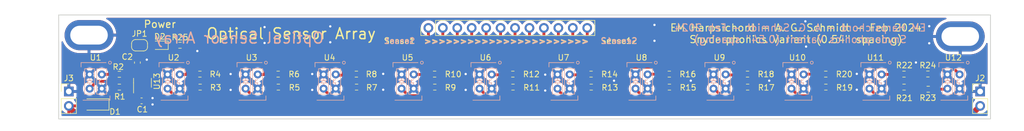
<source format=kicad_pcb>
(kicad_pcb (version 20211014) (generator pcbnew)
  (layers (0 "F.Cu" signal) (31 "B.Cu" signal) (34 "B.Paste" user) (35 "F.Paste" user) (36 "B.SilkS" user "B.Silkscreen") (37 "F.SilkS" user "F.Silkscreen") (38 "B.Mask" user) (39 "F.Mask" user) (44 "Edge.Cuts" user))
  (net 0 "")
  (net 1 "+3.3V")
  (net 2 "sense1")
  (net 3 "GND")
  (net 4 "sense2")
  (net 5 "sense3")
  (net 6 "sense4")
  (net 7 "sense5")
  (net 8 "sense6")
  (net 9 "sense7")
  (net 10 "sense8")
  (net 11 "sense9")
  (net 12 "sense10")
  (net 13 "sense11")
  (net 14 "sense12")
  (net 15 "Net-(R5-Pad1)")
  (net 16 "Net-(R7-Pad1)")
  (net 17 "Net-(R9-Pad1)")
  (net 18 "Net-(R11-Pad1)")
  (net 19 "Net-(R13-Pad1)")
  (net 20 "Net-(R15-Pad1)")
  (net 21 "Net-(R17-Pad1)")
  (net 22 "Net-(R19-Pad1)")
  (net 23 "Net-(R21-Pad1)")
  (net 24 "Net-(R23-Pad1)")
  (net 25 "VCC")
  (net 26 "Net-(R1-Pad1)")
  (net 27 "Net-(R3-Pad1)")
  (net 29 "VIN")
  (net 30 "Net-(D2-Pad1)")
  (net 31 "Net-(D2-Pad2)")
  (footprint "Resistor_SMD:R_0603_1608Metric" (layer "F.Cu") (at 127.340169 -2.551085)
    (fp_text reference "R20" (at 3.254324 0.022324) (layer "F.SilkS"))
    (fp_text value "10k")
    (pad "1" smd roundrect (at -0.825 0) (size 0.8 0.95) (layers "F.Cu" "F.Paste" "F.Mask") (net 12 "sense10"))
    (pad "2" smd roundrect (at 0.825 0) (size 0.8 0.95) (layers "F.Cu" "F.Paste" "F.Mask") (net 1 "+3.3V"))
  )
  (footprint "Resistor_SMD:R_0603_1608Metric" (layer "F.Cu") (at 44.781201 -2.551085)
    (fp_text reference "R8" (at 2.657674 0.022324) (layer "F.SilkS"))
    (fp_text value "10k")
    (pad "1" smd roundrect (at -0.825 0) (size 0.8 0.95) (layers "F.Cu" "F.Paste" "F.Mask") (net 6 "sense4"))
    (pad "2" smd roundrect (at 0.825 0) (size 0.8 0.95) (layers "F.Cu" "F.Paste" "F.Mask") (net 1 "+3.3V"))
  )
  (footprint "Resistor_SMD:R_0603_1608Metric" (layer "F.Cu") (at 58.571231 -0.265295)
    (fp_text reference "R9" (at 2.759447 0.081076) (layer "F.SilkS"))
    (fp_text value "100")
    (pad "1" smd roundrect (at -0.825 0) (size 0.8 0.95) (layers "F.Cu" "F.Paste" "F.Mask") (net 17 "Net-(R9-Pad1)"))
    (pad "2" smd roundrect (at 0.825 0) (size 0.8 0.95) (layers "F.Cu" "F.Paste" "F.Mask") (net 1 "+3.3V"))
  )
  (footprint "Resistor_SMD:R_0603_1608Metric" (layer "F.Cu") (at 141.1 -2.551085)
    (fp_text reference "R22" (at 0.063913 -1.553319) (layer "F.SilkS"))
    (fp_text value "10k")
    (pad "1" smd roundrect (at -0.825 0) (size 0.8 0.95) (layers "F.Cu" "F.Paste" "F.Mask") (net 13 "sense11"))
    (pad "2" smd roundrect (at 0.825 0) (size 0.8 0.95) (layers "F.Cu" "F.Paste" "F.Mask") (net 1 "+3.3V"))
  )
  (footprint "Resistor_SMD:R_0603_1608Metric" (layer "F.Cu") (at 31.021373 -2.551085)
    (fp_text reference "R6" (at 2.810497 0.022324) (layer "F.SilkS"))
    (fp_text value "10k")
    (pad "1" smd roundrect (at -0.825 0) (size 0.8 0.95) (layers "F.Cu" "F.Paste" "F.Mask") (net 5 "sense3"))
    (pad "2" smd roundrect (at 0.825 0) (size 0.8 0.95) (layers "F.Cu" "F.Paste" "F.Mask") (net 1 "+3.3V"))
  )
  (footprint "Connector_PinHeader_2.54mm:PinHeader_1x02_P2.54mm_Vertical" (layer "F.Cu") (at -5.800151 0.496705)
    (fp_text reference "J3" (at 0 -2.33) (layer "F.SilkS"))
    (fp_text value "Conn_01x02_Male")
    (pad "1" thru_hole rect (at 0 0) (size 1.7 1.7) (drill 1) (layers *.Cu *.Mask) (net 3 "GND"))
    (pad "2" thru_hole oval (at 0 2.54) (size 1.7 1.7) (drill 1) (layers *.Cu *.Mask) (net 29 "VIN"))
  )
  (footprint "Resistor_SMD:R_0603_1608Metric" (layer "F.Cu") (at 86.060685 -2.551085)
    (fp_text reference "R14" (at 3.254324 0.022324) (layer "F.SilkS"))
    (fp_text value "10k")
    (pad "1" smd roundrect (at -0.825 0) (size 0.8 0.95) (layers "F.Cu" "F.Paste" "F.Mask") (net 9 "sense7"))
    (pad "2" smd roundrect (at 0.825 0) (size 0.8 0.95) (layers "F.Cu" "F.Paste" "F.Mask") (net 1 "+3.3V"))
  )
  (footprint "MountingHole:MountingHole_4.3mm_M4_ISO7380_Pad" (layer "F.Cu") (at 151 -9.175495 90)
    (fp_text reference "MP1")
    (fp_text value "MountPad1")
    (pad "1" thru_hole oval (at 0 0 90) (size 5.3 8.6) (drill oval 3.3 6.6) (layers *.Cu *.Mask) (net 3 "GND"))
  )
  (footprint "Resistor_SMD:R_0603_1608Metric" (layer "F.Cu") (at 113.599539 -0.265295)
    (fp_text reference "R17" (at 3.280217 0.081076) (layer "F.SilkS"))
    (fp_text value "100")
    (pad "1" smd roundrect (at -0.825 0) (size 0.8 0.95) (layers "F.Cu" "F.Paste" "F.Mask") (net 21 "Net-(R17-Pad1)"))
    (pad "2" smd roundrect (at 0.825 0) (size 0.8 0.95) (layers "F.Cu" "F.Paste" "F.Mask") (net 1 "+3.3V"))
  )
  (footprint "Resistor_SMD:R_0603_1608Metric" (layer "F.Cu") (at 72.300857 -2.551085)
    (fp_text reference "R12" (at 3.254324 0.022324) (layer "F.SilkS"))
    (fp_text value "10k")
    (pad "1" smd roundrect (at -0.825 0) (size 0.8 0.95) (layers "F.Cu" "F.Paste" "F.Mask") (net 8 "sense6"))
    (pad "2" smd roundrect (at 0.825 0) (size 0.8 0.95) (layers "F.Cu" "F.Paste" "F.Mask") (net 1 "+3.3V"))
  )
  (footprint "Capacitor_SMD:C_0603_1608Metric" (layer "F.Cu") (at 6.264849 -4.583295 90)
    (fp_text reference "C2" (at 1.016 -1.778 180) (layer "F.SilkS"))
    (fp_text value "1u")
    (pad "1" smd roundrect (at -0.775 0 90) (size 0.9 0.95) (layers "F.Cu" "F.Paste" "F.Mask") (net 1 "+3.3V"))
    (pad "2" smd roundrect (at 0.775 0 90) (size 0.9 0.95) (layers "F.Cu" "F.Paste" "F.Mask") (net 3 "GND"))
  )
  (footprint "LED_SMD:LED_0603_1608Metric" (layer "F.Cu") (at 10.201849 -7.631295 180)
    (fp_text reference "D2" (at 0 1.524) (layer "F.SilkS"))
    (fp_text value "LED")
    (pad "1" smd roundrect (at -0.7875 0 180) (size 0.875 0.95) (layers "F.Cu" "F.Paste" "F.Mask") (net 30 "Net-(D2-Pad1)"))
    (pad "2" smd roundrect (at 0.7875 0 180) (size 0.875 0.95) (layers "F.Cu" "F.Paste" "F.Mask") (net 31 "Net-(D2-Pad2)"))
  )
  (footprint "Resistor_SMD:R_0603_1608Metric" (layer "F.Cu") (at 13.757849 -7.631295 180)
    (fp_text reference "R25" (at 0 1.397) (layer "F.SilkS"))
    (fp_text value "100")
    (pad "1" smd roundrect (at -0.825 0 180) (size 0.8 0.95) (layers "F.Cu" "F.Paste" "F.Mask") (net 3 "GND"))
    (pad "2" smd roundrect (at 0.825 0 180) (size 0.8 0.95) (layers "F.Cu" "F.Paste" "F.Mask") (net 30 "Net-(D2-Pad1)"))
  )
  (footprint "Resistor_SMD:R_0603_1608Metric" (layer "F.Cu") (at 99.842462 -0.265295)
    (fp_text reference "R15" (at 3.280217 0.081076) (layer "F.SilkS"))
    (fp_text value "100")
    (pad "1" smd roundrect (at -0.825 0) (size 0.8 0.95) (layers "F.Cu" "F.Paste" "F.Mask") (net 20 "Net-(R15-Pad1)"))
    (pad "2" smd roundrect (at 0.825 0) (size 0.8 0.95) (layers "F.Cu" "F.Paste" "F.Mask") (net 1 "+3.3V"))
  )
  (footprint "Resistor_SMD:R_0603_1608Metric" (layer "F.Cu") (at 31.057077 -0.265295)
    (fp_text reference "R5" (at 2.83639 0.081076) (layer "F.SilkS"))
    (fp_text value "100")
    (pad "1" smd roundrect (at -0.825 0) (size 0.8 0.95) (layers "F.Cu" "F.Paste" "F.Mask") (net 15 "Net-(R5-Pad1)"))
    (pad "2" smd roundrect (at 0.825 0) (size 0.8 0.95) (layers "F.Cu" "F.Paste" "F.Mask") (net 1 "+3.3V"))
  )
  (footprint "Resistor_SMD:R_0603_1608Metric" (layer "F.Cu") (at 145.3 -2.573502 180)
    (fp_text reference "R24" (at 0 1.524) (layer "F.SilkS"))
    (fp_text value "10k")
    (pad "1" smd roundrect (at -0.825 0 180) (size 0.8 0.95) (layers "F.Cu" "F.Paste" "F.Mask") (net 14 "sense12"))
    (pad "2" smd roundrect (at 0.825 0 180) (size 0.8 0.95) (layers "F.Cu" "F.Paste" "F.Mask") (net 1 "+3.3V"))
  )
  (footprint "Package_TO_SOT_SMD:SOT-23-5" (layer "F.Cu") (at 7.153849 -1.027295 90)
    (fp_text reference "U13" (at 0.254 2.54 270) (layer "F.SilkS"))
    (fp_text value "TLV75510PDBV")
    (pad "1" smd roundrect (at -1.1375 -0.95 90) (size 1.325 0.6) (layers "F.Cu" "F.Paste" "F.Mask") (net 25 "VCC"))
    (pad "2" smd roundrect (at -1.1375 0 90) (size 1.325 0.6) (layers "F.Cu" "F.Paste" "F.Mask") (net 3 "GND"))
    (pad "3" smd roundrect (at -1.1375 0.95 90) (size 1.325 0.6) (layers "F.Cu" "F.Paste" "F.Mask") (net 25 "VCC"))
    (pad "4" smd roundrect (at 1.1375 0.95 90) (size 1.325 0.6) (layers "F.Cu" "F.Paste" "F.Mask"))
    (pad "5" smd roundrect (at 1.1375 -0.95 90) (size 1.325 0.6) (layers "F.Cu" "F.Paste" "F.Mask") (net 1 "+3.3V"))
  )
  (footprint "Connector_PinHeader_2.54mm:PinHeader_1x02_P2.54mm_Vertical" (layer "F.Cu") (at 154.5 0.496705)
    (fp_text reference "J2" (at 0 -2.33) (layer "F.SilkS"))
    (fp_text value "Conn_01x02_Female")
    (pad "1" thru_hole rect (at 0 0) (size 1.7 1.7) (drill 1) (layers *.Cu *.Mask) (net 3 "GND"))
    (pad "2" thru_hole oval (at 0 2.54) (size 1.7 1.7) (drill 1) (layers *.Cu *.Mask) (net 29 "VIN"))
  )
  (footprint "Resistor_SMD:R_0603_1608Metric" (layer "F.Cu") (at 141.113696 -0.265295)
    (fp_text reference "R21" (at 0.050217 1.925076) (layer "F.SilkS"))
    (fp_text value "100")
    (pad "1" smd roundrect (at -0.825 0) (size 0.8 0.95) (layers "F.Cu" "F.Paste" "F.Mask") (net 23 "Net-(R21-Pad1)"))
    (pad "2" smd roundrect (at 0.825 0) (size 0.8 0.95) (layers "F.Cu" "F.Paste" "F.Mask") (net 1 "+3.3V"))
  )
  (footprint "Jumper:SolderJumper-2_P1.3mm_Bridged_RoundedPad1.0x1.5mm" (layer "F.Cu") (at 6.645849 -7.631295 180)
    (fp_text reference "JP1" (at 0 2.032) (layer "F.SilkS"))
    (fp_text value "SolderJumper_2_Bridged")
    (fp_poly (pts (xy 0.25 -0.3) (xy -0.25 -0.3) (xy -0.25 0.3) (xy 0.25 0.3)) (layer "F.Cu") (width 0) (fill solid))
    (pad "1" smd custom (at -0.65 0 180) (size 1 0.5) (layers "F.Cu" "F.Mask") (net 31 "Net-(D2-Pad2)") (options (clearance outline) (anchor rect)) (primitives (gr_circle (center 0 0.25) (end 0.5 0.25) (width 0) (fill yes)) (gr_circle (center 0 -0.25) (end 0.5 -0.25) (width 0) (fill yes)) (gr_poly (pts (xy 0.5 0.75) (xy 0 0.75) (xy 0 -0.75) (xy 0.5 -0.75)) (width 0) (fill yes))))
    (pad "2" smd custom (at 0.65 0 180) (size 1 0.5) (layers "F.Cu" "F.Mask") (net 1 "+3.3V") (options (clearance outline) (anchor rect)) (primitives (gr_circle (center 0 0.25) (end 0.5 0.25) (width 0) (fill yes)) (gr_circle (center 0 -0.25) (end 0.5 -0.25) (width 0) (fill yes)) (gr_poly (pts (xy 0 0.75) (xy -0.5 0.75) (xy -0.5 -0.75) (xy 0 -0.75)) (width 0) (fill yes))))
  )
  (footprint "Resistor_SMD:R_0603_1608Metric" (layer "F.Cu") (at 99.820513 -2.551085)
    (fp_text reference "R16" (at 3.254324 0.022324) (layer "F.SilkS"))
    (fp_text value "10k")
    (pad "1" smd roundrect (at -0.825 0) (size 0.8 0.95) (layers "F.Cu" "F.Paste" "F.Mask") (net 10 "sense8"))
    (pad "2" smd roundrect (at 0.825 0) (size 0.8 0.95) (layers "F.Cu" "F.Paste" "F.Mask") (net 1 "+3.3V"))
  )
  (footprint "Resistor_SMD:R_0603_1608Metric" (layer "F.Cu") (at 3.089849 -2.526976)
    (fp_text reference "R2" (at -0.185857 -1.299319) (layer "F.SilkS"))
    (fp_text value "10k")
    (pad "1" smd roundrect (at -0.825 0) (size 0.8 0.95) (layers "F.Cu" "F.Paste" "F.Mask") (net 2 "sense1"))
    (pad "2" smd roundrect (at 0.825 0) (size 0.8 0.95) (layers "F.Cu" "F.Paste" "F.Mask") (net 1 "+3.3V"))
  )
  (footprint "Resistor_SMD:R_0603_1608Metric" (layer "F.Cu") (at 72.328308 -0.265295)
    (fp_text reference "R11" (at 3.280217 0.081076) (layer "F.SilkS"))
    (fp_text value "100")
    (pad "1" smd roundrect (at -0.825 0) (size 0.8 0.95) (layers "F.Cu" "F.Paste" "F.Mask") (net 18 "Net-(R11-Pad1)"))
    (pad "2" smd roundrect (at 0.825 0) (size 0.8 0.95) (layers "F.Cu" "F.Paste" "F.Mask") (net 1 "+3.3V"))
  )
  (footprint "Resistor_SMD:R_0603_1608Metric" (layer "F.Cu") (at 127.356616 -0.265295)
    (fp_text reference "R19" (at 3.280217 0.081076) (layer "F.SilkS"))
    (fp_text value "100")
    (pad "1" smd roundrect (at -0.825 0) (size 0.8 0.95) (layers "F.Cu" "F.Paste" "F.Mask") (net 22 "Net-(R19-Pad1)"))
    (pad "2" smd roundrect (at 0.825 0) (size 0.8 0.95) (layers "F.Cu" "F.Paste" "F.Mask") (net 1 "+3.3V"))
  )
  (footprint "Resistor_SMD:R_0603_1608Metric" (layer "F.Cu") (at 17.3 -0.265295)
    (fp_text reference "R3" (at 2.735213 0.081076) (layer "F.SilkS"))
    (fp_text value "100")
    (pad "1" smd roundrect (at -0.825 0) (size 0.8 0.95) (layers "F.Cu" "F.Paste" "F.Mask") (net 27 "Net-(R3-Pad1)"))
    (pad "2" smd roundrect (at 0.825 0) (size 0.8 0.95) (layers "F.Cu" "F.Paste" "F.Mask") (net 1 "+3.3V"))
  )
  (footprint "Resistor_SMD:R_0603_1608Metric" (layer "F.Cu") (at 58.541029 -2.551085)
    (fp_text reference "R10" (at 3.266851 0.022324) (layer "F.SilkS"))
    (fp_text value "10k")
    (pad "1" smd roundrect (at -0.825 0) (size 0.8 0.95) (layers "F.Cu" "F.Paste" "F.Mask") (net 7 "sense5"))
    (pad "2" smd roundrect (at 0.825 0) (size 0.8 0.95) (layers "F.Cu" "F.Paste" "F.Mask") (net 1 "+3.3V"))
  )
  (footprint "Resistor_SMD:R_0603_1608Metric" (layer "F.Cu") (at 86.085385 -0.265295)
    (fp_text reference "R13" (at 3.280217 0.081076) (layer "F.SilkS"))
    (fp_text value "100")
    (pad "1" smd roundrect (at -0.825 0) (size 0.8 0.95) (layers "F.Cu" "F.Paste" "F.Mask") (net 19 "Net-(R13-Pad1)"))
    (pad "2" smd roundrect (at 0.825 0) (size 0.8 0.95) (layers "F.Cu" "F.Paste" "F.Mask") (net 1 "+3.3V"))
  )
  (footprint "MountingHole:MountingHole_4.3mm_M4_ISO7380_Pad" (layer "F.Cu") (at -2.244151 -9.409295 90)
    (fp_text reference "MP2")
    (fp_text value "MountPad2")
    (pad "1" thru_hole oval (at 0 0 90) (size 5.3 8.6) (drill oval 3.3 6.6) (layers *.Cu *.Mask) (net 3 "GND"))
  )
  (footprint "Connector_PinHeader_2.54mm:PinHeader_1x12_P2.54mm_Vertical" (layer "F.Cu") (at 57.445849 -10.679295 90)
    (fp_text reference "J1")
    (fp_text value "Conn_01x12_Female")
    (pad "1" thru_hole circle (at 0 0 90) (size 1.7 1.7) (drill 1) (layers *.Cu *.Mask) (net 2 "sense1"))
    (pad "2" thru_hole oval (at 0 2.54 90) (size 1.7 1.7) (drill 1) (layers *.Cu *.Mask) (net 4 "sense2"))
    (pad "3" thru_hole oval (at 0 5.08 90) (size 1.7 1.7) (drill 1) (layers *.Cu *.Mask) (net 5 "sense3"))
    (pad "4" thru_hole oval (at 0 7.62 90) (size 1.7 1.7) (drill 1) (layers *.Cu *.Mask) (net 6 "sense4"))
    (pad "5" thru_hole oval (at 0 10.16 90) (size 1.7 1.7) (drill 1) (layers *.Cu *.Mask) (net 7 "sense5"))
    (pad "6" thru_hole oval (at 0 12.7 90) (size 1.7 1.7) (drill 1) (layers *.Cu *.Mask) (net 8 "sense6"))
    (pad "7" thru_hole oval (at 0 15.24 90) (size 1.7 1.7) (drill 1) (layers *.Cu *.Mask) (net 9 "sense7"))
    (pad "8" thru_hole oval (at 0 17.78 90) (size 1.7 1.7) (drill 1) (layers *.Cu *.Mask) (net 10 "sense8"))
    (pad "9" thru_hole oval (at 0 20.32 90) (size 1.7 1.7) (drill 1) (layers *.Cu *.Mask) (net 11 "sense9"))
    (pad "10" thru_hole oval (at 0 22.86 90) (size 1.7 1.7) (drill 1) (layers *.Cu *.Mask) (net 12 "sense10"))
    (pad "11" thru_hole oval (at 0 25.4 90) (size 1.7 1.7) (drill 1) (layers *.Cu *.Mask) (net 13 "sense11"))
    (pad "12" thru_hole oval (at 0 27.94 90) (size 1.7 1.7) (drill 1) (layers *.Cu *.Mask) (net 14 "sense12"))
  )
  (footprint "Resistor_SMD:R_0603_1608Metric" (layer "F.Cu") (at 145.363 0.1 180)
    (fp_text reference "R23" (at 0.063 -1.524) (layer "F.SilkS"))
    (fp_text value "100")
    (pad "1" smd roundrect (at -0.825 0 180) (size 0.8 0.95) (layers "F.Cu" "F.Paste" "F.Mask") (net 24 "Net-(R23-Pad1)"))
    (pad "2" smd roundrect (at 0.825 0 180) (size 0.8 0.95) (layers "F.Cu" "F.Paste" "F.Mask") (net 1 "+3.3V"))
  )
  (footprint "Resistor_SMD:R_0603_1608Metric" (layer "F.Cu") (at 17.261545 -2.551085)
    (fp_text reference "R4" (at 2.70932 0.022324) (layer "F.SilkS"))
    (fp_text value "10k")
    (pad "1" smd roundrect (at -0.825 0) (size 0.8 0.95) (layers "F.Cu" "F.Paste" "F.Mask") (net 4 "sense2"))
    (pad "2" smd roundrect (at 0.825 0) (size 0.8 0.95) (layers "F.Cu" "F.Paste" "F.Mask") (net 1 "+3.3V"))
  )
  (footprint "Capacitor_SMD:C_0603_1608Metric" (layer "F.Cu") (at 7.002595 2.147705)
    (fp_text reference "C1" (at 0.127098 1.505229) (layer "F.SilkS"))
    (fp_text value "1u")
    (pad "1" smd roundrect (at -0.775 0) (size 0.9 0.95) (layers "F.Cu" "F.Paste" "F.Mask") (net 25 "VCC"))
    (pad "2" smd roundrect (at 0.775 0) (size 0.9 0.95) (layers "F.Cu" "F.Paste" "F.Mask") (net 3 "GND"))
  )
  (footprint "Diode_SMD:D_SOD-123" (layer "F.Cu") (at -0.974151 2.782705 180)
    (fp_text reference "D1" (at -3.302 -1.27) (layer "F.SilkS"))
    (fp_text value "1N4001")
    (pad "1" smd rect (at -1.65 0 180) (size 0.9 1.2) (layers "F.Cu" "F.Paste" "F.Mask") (net 25 "VCC"))
    (pad "2" smd rect (at 1.65 0 180) (size 0.9 1.2) (layers "F.Cu" "F.Paste" "F.Mask") (net 29 "VIN"))
  )
  (footprint "Resistor_SMD:R_0603_1608Metric" (layer "F.Cu") (at 113.580341 -2.551085)
    (fp_text reference "R18" (at 3.254324 0.022324) (layer "F.SilkS"))
    (fp_text value "10k")
    (pad "1" smd roundrect (at -0.825 0) (size 0.8 0.95) (layers "F.Cu" "F.Paste" "F.Mask") (net 11 "sense9"))
    (pad "2" smd roundrect (at 0.825 0) (size 0.8 0.95) (layers "F.Cu" "F.Paste" "F.Mask") (net 1 "+3.3V"))
  )
  (footprint "Resistor_SMD:R_0603_1608Metric" (layer "F.Cu") (at 3.089849 -0.265295)
    (fp_text reference "R1" (at 0.078267 1.671076) (layer "F.SilkS"))
    (fp_text value "100")
    (pad "1" smd roundrect (at -0.825 0) (size 0.8 0.95) (layers "F.Cu" "F.Paste" "F.Mask") (net 26 "Net-(R1-Pad1)"))
    (pad "2" smd roundrect (at 0.825 0) (size 0.8 0.95) (layers "F.Cu" "F.Paste" "F.Mask") (net 1 "+3.3V"))
  )
  (footprint "Resistor_SMD:R_0603_1608Metric" (layer "F.Cu") (at 44.814154 -0.265295)
    (fp_text reference "R7" (at 2.683567 0.081076) (layer "F.SilkS"))
    (fp_text value "100")
    (pad "1" smd roundrect (at -0.825 0) (size 0.8 0.95) (layers "F.Cu" "F.Paste" "F.Mask") (net 16 "Net-(R7-Pad1)"))
    (pad "2" smd roundrect (at 0.825 0) (size 0.8 0.95) (layers "F.Cu" "F.Paste" "F.Mask") (net 1 "+3.3V"))
  )
  (footprint "OptoDevice:OnSemi_QRD1114" (layer "B.Cu") (at 54.864 0 180)
    (fp_text reference "U5" (at 1.08048 5.461) (layer "F.SilkS"))
    (fp_text value "QRD1114")
    (pad "1" thru_hole circle (at 0 2.5 180) (size 1.4 1.4) (drill 0.7) (layers *.Cu *.Mask) (net 7 "sense5"))
    (pad "2" thru_hole circle (at 0 0 180) (size 1.4 1.4) (drill 0.7) (layers *.Cu *.Mask) (net 3 "GND"))
    (pad "3" thru_hole circle (at 2.1336 0 180) (size 1.4 1.4) (drill 0.7) (layers *.Cu *.Mask) (net 17 "Net-(R9-Pad1)"))
    (pad "4" thru_hole circle (at 2.1336 2.5 180) (size 1.4 1.4) (drill 0.7) (layers *.Cu *.Mask) (net 3 "GND"))
  )
  (footprint "OptoDevice:OnSemi_QRD1114" (layer "B.Cu") (at 150.876 0 180)
    (fp_text reference "U12" (at 1.08048 5.461) (layer "F.SilkS"))
    (fp_text value "QRD1114")
    (pad "1" thru_hole circle (at 0 2.5 180) (size 1.4 1.4) (drill 0.7) (layers *.Cu *.Mask) (net 14 "sense12"))
    (pad "2" thru_hole circle (at 0 0 180) (size 1.4 1.4) (drill 0.7) (layers *.Cu *.Mask) (net 3 "GND"))
    (pad "3" thru_hole circle (at 2.1336 0 180) (size 1.4 1.4) (drill 0.7) (layers *.Cu *.Mask) (net 24 "Net-(R23-Pad1)"))
    (pad "4" thru_hole circle (at 2.1336 2.5 180) (size 1.4 1.4) (drill 0.7) (layers *.Cu *.Mask) (net 3 "GND"))
  )
  (footprint "OptoDevice:OnSemi_QRD1114" (layer "B.Cu") (at 13.716 0 180)
    (fp_text reference "U2" (at 1.08048 5.461) (layer "F.SilkS"))
    (fp_text value "QRD1114")
    (pad "1" thru_hole circle (at 0 2.5 180) (size 1.4 1.4) (drill 0.7) (layers *.Cu *.Mask) (net 4 "sense2"))
    (pad "2" thru_hole circle (at 0 0 180) (size 1.4 1.4) (drill 0.7) (layers *.Cu *.Mask) (net 3 "GND"))
    (pad "3" thru_hole circle (at 2.1336 0 180) (size 1.4 1.4) (drill 0.7) (layers *.Cu *.Mask) (net 27 "Net-(R3-Pad1)"))
    (pad "4" thru_hole circle (at 2.1336 2.5 180) (size 1.4 1.4) (drill 0.7) (layers *.Cu *.Mask) (net 3 "GND"))
  )
  (footprint "OptoDevice:OnSemi_QRD1114" (layer "B.Cu") (at 27.432 0 180)
    (fp_text reference "U3" (at 1.08048 5.461) (layer "F.SilkS"))
    (fp_text value "QRD1114")
    (pad "1" thru_hole circle (at 0 2.5 180) (size 1.4 1.4) (drill 0.7) (layers *.Cu *.Mask) (net 5 "sense3"))
    (pad "2" thru_hole circle (at 0 0 180) (size 1.4 1.4) (drill 0.7) (layers *.Cu *.Mask) (net 3 "GND"))
    (pad "3" thru_hole circle (at 2.1336 0 180) (size 1.4 1.4) (drill 0.7) (layers *.Cu *.Mask) (net 15 "Net-(R5-Pad1)"))
    (pad "4" thru_hole circle (at 2.1336 2.5 180) (size 1.4 1.4) (drill 0.7) (layers *.Cu *.Mask) (net 3 "GND"))
  )
  (footprint "OptoDevice:OnSemi_QRD1114" (layer "B.Cu") (at 123.444 0 180)
    (fp_text reference "U10" (at 1.08048 5.461) (layer "F.SilkS"))
    (fp_text value "QRD1114")
    (pad "1" thru_hole circle (at 0 2.5 180) (size 1.4 1.4) (drill 0.7) (layers *.Cu *.Mask) (net 12 "sense10"))
    (pad "2" thru_hole circle (at 0 0 180) (size 1.4 1.4) (drill 0.7) (layers *.Cu *.Mask) (net 3 "GND"))
    (pad "3" thru_hole circle (at 2.1336 0 180) (size 1.4 1.4) (drill 0.7) (layers *.Cu *.Mask) (net 22 "Net-(R19-Pad1)"))
    (pad "4" thru_hole circle (at 2.1336 2.5 180) (size 1.4 1.4) (drill 0.7) (layers *.Cu *.Mask) (net 3 "GND"))
  )
  (footprint "OptoDevice:OnSemi_QRD1114" (layer "B.Cu") (at 96.012 0 180)
    (fp_text reference "U8" (at 1.08048 5.461) (layer "F.SilkS"))
    (fp_text value "QRD1114")
    (pad "1" thru_hole circle (at 0 2.5 180) (size 1.4 1.4) (drill 0.7) (layers *.Cu *.Mask) (net 10 "sense8"))
    (pad "2" thru_hole circle (at 0 0 180) (size 1.4 1.4) (drill 0.7) (layers *.Cu *.Mask) (net 3 "GND"))
    (pad "3" thru_hole circle (at 2.1336 0 180) (size 1.4 1.4) (drill 0.7) (layers *.Cu *.Mask) (net 20 "Net-(R15-Pad1)"))
    (pad "4" thru_hole circle (at 2.1336 2.5 180) (size 1.4 1.4) (drill 0.7) (layers *.Cu *.Mask) (net 3 "GND"))
  )
  (footprint "OptoDevice:OnSemi_QRD1114" (layer "B.Cu") (at 137.16 0 180)
    (fp_text reference "U11" (at 1.08048 5.461) (layer "F.SilkS"))
    (fp_text value "QRD1114")
    (pad "1" thru_hole circle (at 0 2.5 180) (size 1.4 1.4) (drill 0.7) (layers *.Cu *.Mask) (net 13 "sense11"))
    (pad "2" thru_hole circle (at 0 0 180) (size 1.4 1.4) (drill 0.7) (layers *.Cu *.Mask) (net 3 "GND"))
    (pad "3" thru_hole circle (at 2.1336 0 180) (size 1.4 1.4) (drill 0.7) (layers *.Cu *.Mask) (net 23 "Net-(R21-Pad1)"))
    (pad "4" thru_hole circle (at 2.1336 2.5 180) (size 1.4 1.4) (drill 0.7) (layers *.Cu *.Mask) (net 3 "GND"))
  )
  (footprint "OptoDevice:OnSemi_QRD1114" (layer "B.Cu") (at 0 0 180)
    (fp_text reference "U1" (at 1.08048 5.461) (layer "F.SilkS"))
    (fp_text value "QRD1114")
    (pad "1" thru_hole circle (at 0 2.5 180) (size 1.4 1.4) (drill 0.7) (layers *.Cu *.Mask) (net 2 "sense1"))
    (pad "2" thru_hole circle (at 0 0 180) (size 1.4 1.4) (drill 0.7) (layers *.Cu *.Mask) (net 3 "GND"))
    (pad "3" thru_hole circle (at 2.1336 0 180) (size 1.4 1.4) (drill 0.7) (layers *.Cu *.Mask) (net 26 "Net-(R1-Pad1)"))
    (pad "4" thru_hole circle (at 2.1336 2.5 180) (size 1.4 1.4) (drill 0.7) (layers *.Cu *.Mask) (net 3 "GND"))
  )
  (footprint "OptoDevice:OnSemi_QRD1114" (layer "B.Cu") (at 68.58 0 180)
    (fp_text reference "U6" (at 1.08048 5.461) (layer "F.SilkS"))
    (fp_text value "QRD1114")
    (pad "1" thru_hole circle (at 0 2.5 180) (size 1.4 1.4) (drill 0.7) (layers *.Cu *.Mask) (net 8 "sense6"))
    (pad "2" thru_hole circle (at 0 0 180) (size 1.4 1.4) (drill 0.7) (layers *.Cu *.Mask) (net 3 "GND"))
    (pad "3" thru_hole circle (at 2.1336 0 180) (size 1.4 1.4) (drill 0.7) (layers *.Cu *.Mask) (net 18 "Net-(R11-Pad1)"))
    (pad "4" thru_hole circle (at 2.1336 2.5 180) (size 1.4 1.4) (drill 0.7) (layers *.Cu *.Mask) (net 3 "GND"))
  )
  (footprint "OptoDevice:OnSemi_QRD1114" (layer "B.Cu") (at 109.728 0 180)
    (fp_text reference "U9" (at 1.08048 5.461) (layer "F.SilkS"))
    (fp_text value "QRD1114")
    (pad "1" thru_hole circle (at 0 2.5 180) (size 1.4 1.4) (drill 0.7) (layers *.Cu *.Mask) (net 11 "sense9"))
    (pad "2" thru_hole circle (at 0 0 180) (size 1.4 1.4) (drill 0.7) (layers *.Cu *.Mask) (net 3 "GND"))
    (pad "3" thru_hole circle (at 2.1336 0 180) (size 1.4 1.4) (drill 0.7) (layers *.Cu *.Mask) (net 21 "Net-(R17-Pad1)"))
    (pad "4" thru_hole circle (at 2.1336 2.5 180) (size 1.4 1.4) (drill 0.7) (layers *.Cu *.Mask) (net 3 "GND"))
  )
  (footprint "OptoDevice:OnSemi_QRD1114" (layer "B.Cu") (at 82.296 0 180)
    (fp_text reference "U7" (at 1.08048 5.461) (layer "F.SilkS"))
    (fp_text value "QRD1114")
    (pad "1" thru_hole circle (at 0 2.5 180) (size 1.4 1.4) (drill 0.7) (layers *.Cu *.Mask) (net 9 "sense7"))
    (pad "2" thru_hole circle (at 0 0 180) (size 1.4 1.4) (drill 0.7) (layers *.Cu *.Mask) (net 3 "GND"))
    (pad "3" thru_hole circle (at 2.1336 0 180) (size 1.4 1.4) (drill 0.7) (layers *.Cu *.Mask) (net 19 "Net-(R13-Pad1)"))
    (pad "4" thru_hole circle (at 2.1336 2.5 180) (size 1.4 1.4) (drill 0.7) (layers *.Cu *.Mask) (net 3 "GND"))
  )
  (footprint "OptoDevice:OnSemi_QRD1114" (layer "B.Cu") (at 41.148 0 180)
    (fp_text reference "U4" (at 1.08048 5.461) (layer "F.SilkS"))
    (fp_text value "QRD1114")
    (pad "1" thru_hole circle (at 0 2.5 180) (size 1.4 1.4) (drill 0.7) (layers *.Cu *.Mask) (net 6 "sense4"))
    (pad "2" thru_hole circle (at 0 0 180) (size 1.4 1.4) (drill 0.7) (layers *.Cu *.Mask) (net 3 "GND"))
    (pad "3" thru_hole circle (at 2.1336 0 180) (size 1.4 1.4) (drill 0.7) (layers *.Cu *.Mask) (net 16 "Net-(R7-Pad1)"))
    (pad "4" thru_hole circle (at 2.1336 2.5 180) (size 1.4 1.4) (drill 0.7) (layers *.Cu *.Mask) (net 3 "GND"))
  )
  (gr_rect (start -7.578151 -12.965295) (end 156.315849 5.322705) (layer "Edge.Cuts") (width 0.15) (fill none))
  (gr_text ">>>>>>>>>>>>>>>>>>>>>>>\n" (at 71.161849 -8.139295 180) (layer "B.SilkS") (effects (font (size 1.016 1.016) (thickness 0.1778)) (justify mirror)))
  (gr_text "Optical Sensor Array" (at 24.171849 -8.896295) (layer "B.SilkS") (effects (font (size 1.905 1.905) (thickness 0.254)) (justify mirror)))
  (gr_text "Sense12" (at 90.973849 -8.393295) (layer "B.SilkS") (effects (font (size 1.016 1.016) (thickness 0.1778)) (justify mirror)))
  (gr_text "EM Harpsichord - A. G. Schmidt - Feb 2024\nSnyderphonics Variant (0.54{dblquote} spacing)" (at 122.866049 -9.683495) (layer "B.SilkS") (effects (font (size 1.27 1.27) (thickness 0.1778)) (justify mirror)))
  (gr_text "Sense1" (at 52.365849 -8.393295) (layer "B.SilkS") (effects (font (size 1.016 1.016) (thickness 0.1778)) (justify mirror)))
  (gr_text "EM Harpsichord - A. G. Schmidt - Feb 2024\nSnyderphonics Variant (0.54{dblquote} spacing)" (at 122.088849 -9.683495) (layer "F.SilkS") (effects (font (size 1.27 1.27) (thickness 0.1778))))
  (gr_text ">>>>>>>>>>>>>>>>>>>>>>>\n" (at 71.161849 -8.393295) (layer "F.SilkS") (effects (font (size 1.016 1.016) (thickness 0.1778))))
  (gr_text "Optical Sensor Array" (at 33.315849 -9.663295) (layer "F.SilkS") (effects (font (size 1.905 1.905) (thickness 0.254))))
  (gr_text "Sense1" (at 52.365849 -8.398295) (layer "F.SilkS") (effects (font (size 1.016 1.016) (thickness 0.1778))))
  (gr_text "Power" (at 10.217049 -11.334495) (layer "F.SilkS") (effects (font (size 1.27 1.27) (thickness 0.1905))))
  (gr_text "Sense12" (at 90.973849 -8.398295) (layer "F.SilkS") (effects (font (size 1.016 1.016) (thickness 0.1778))))
  (segment (start 132.761049 3.016505) (end 128.183495 3.016505) (width 0.5) (layer "F.Cu") (net 1))
  (segment (start 3.914849 -0.265295) (end 3.914849 -2.526976) (width 0.5) (layer "F.Cu") (net 1))
  (segment (start 6.264849 -3.808295) (end 6.391849 -3.808295) (width 0.5) (layer "F.Cu") (net 1))
  (segment (start 73.149988 -2.345005) (end 73.100074 -2.394919) (width 0.5) (layer "F.Cu") (net 1))
  (segment (start 100.704822 2.83259) (end 100.6 2.727768) (width 0.5) (layer "F.Cu") (net 1))
  (segment (start 3.851849 -5.371345) (end 4.354706 -5.874202) (width 0.5) (layer "F.Cu") (net 1))
  (segment (start 86.91361 2.947902) (end 86.91361 -2.388584) (width 0.5) (layer "F.Cu") (net 1))
  (segment (start 100.6 2.727768) (end 100.6 -2.399074) (width 0.5) (layer "F.Cu") (net 1))
  (segment (start 128.165169 -2.551085) (end 128.165169 2.998179) (width 0.5) (layer "F.Cu") (net 1))
  (segment (start 3.851849 -2.589976) (end 3.851849 -5.371345) (width 0.5) (layer "F.Cu") (net 1))
  (segment (start 45.657833 3.014157) (end 45.657833 -2.322329) (width 0.5) (layer "F.Cu") (net 1))
  (segment (start 3.914849 -2.526976) (end 4.892168 -2.526976) (width 0.5) (layer "F.Cu") (net 1))
  (segment (start 18.1 -2.53763) (end 18.086545 -2.551085) (width 0.5) (layer "F.Cu") (net 1))
  (segment (start 60.763049 3.016505) (end 74.733049 3.016505) (width 0.5) (layer "F.Cu") (net 1))
  (segment (start 31.9 -2.436486) (end 31.8 -2.536486) (width 0.5) (layer "F.Cu") (net 1))
  (segment (start 128.183495 3.016505) (end 118.746249 3.016505) (width 0.5) (layer "F.Cu") (net 1))
  (segment (start 4.354706 -7.118152) (end 4.867849 -7.631295) (width 0.5) (layer "F.Cu") (net 1))
  (segment (start 18.817649 3.016505) (end 18.1 2.298856) (width 0.5) (layer "F.Cu") (net 1))
  (segment (start 59.404505 3.016505) (end 60.763049 3.016505) (width 0.5) (layer "F.Cu") (net 1))
  (segment (start 114.411394 2.969773) (end 114.411394 -2.366713) (width 0.5) (layer "F.Cu") (net 1))
  (segment (start 141.925 -2.551085) (end 141.925 2.85801) (width 0.5) (layer "F.Cu") (net 1))
  (segment (start 31.8 3) (end 31.9 2.9) (width 0.5) (layer "F.Cu") (net 1))
  (segment (start 31.9 2.9) (end 31.9 -2.436486) (width 0.5) (layer "F.Cu") (net 1))
  (segment (start 144.475 0.625) (end 142.083495 3.016505) (width 0.5) (layer "F.Cu") (net 1))
  (segment (start 4.867849 -7.631295) (end 5.995849 -7.631295) (width 0.5) (layer "F.Cu") (net 1))
  (segment (start 48.540649 3.016505) (end 18.817649 3.016505) (width 0.5) (layer "F.Cu") (net 1))
  (segment (start 100.6 -2.399074) (end 100.704822 -2.503896) (width 0.5) (layer "F.Cu") (net 1))
  (segment (start 4.354706 -5.874202) (end 4.354706 -7.118152) (width 0.5) (layer "F.Cu") (net 1))
  (segment (start 59.332454 2.944454) (end 59.404505 3.016505) (width 0.5) (layer "F.Cu") (net 1))
  (segment (start 5.254349 -2.164795) (end 6.203849 -2.164795) (width 0.5) (layer "F.Cu") (net 1))
  (segment (start 74.733049 3.016505) (end 89.211049 3.016505) (width 0.5) (layer "F.Cu") (net 1))
  (segment (start 59.332454 -2.551085) (end 59.332454 2.944454) (width 0.5) (layer "F.Cu") (net 1))
  (segment (start 89.211049 3.016505) (end 104.617849 3.016505) (width 0.5) (layer "F.Cu") (net 1))
  (segment (start 144.475 -2.573502) (end 144.475 0.625) (width 0.5) (layer "F.Cu") (net 1))
  (segment (start 18.1 2.298856) (end 18.1 -2.53763) (width 0.5) (layer "F.Cu") (net 1))
  (segment (start 73.149988 2.891653) (end 73.149988 -2.345005) (width 0.5) (layer "F.Cu") (net 1))
  (segment (start 141.925 2.85801) (end 142.083495 3.016505) (width 0.5) (layer "F.Cu") (net 1))
  (segment (start 118.746249 3.016505) (end 104.617849 3.016505) (width 0.5) (layer "F.Cu") (net 1))
  (segment (start 3.914849 -2.526976) (end 3.851849 -2.589976) (width 0.5) (layer "F.Cu") (net 1))
  (segment (start 48.571049 3.016505) (end 59.404505 3.016505) (width 0.5) (layer "F.Cu") (net 1))
  (segment (start 4.892168 -2.526976) (end 5.254349 -2.164795) (width 0.5) (layer "F.Cu") (net 1))
  (segment (start 128.165169 2.998179) (end 128.183495 3.016505) (width 0.5) (layer "F.Cu") (net 1))
  (segment (start 142.083495 3.016505) (end 132.761049 3.016505) (width 0.5) (layer "F.Cu") (net 1))
  (segment (start 5.629849 -10.171295) (end 3.654706 -8.196152) (width 0.5) (layer "F.Cu") (net 2))
  (segment (start 1.38413 -2.526976) (end 1.357154 -2.5) (width 0.5) (layer "F.Cu") (net 2))
  (segment (start 57.445849 -10.679295) (end 57.445849 -7.885295) (width 0.5) (layer "F.Cu") (net 2))
  (segment (start 15.031548 -10.171295) (end 5.629849 -10.171295) (width 0.5) (layer "F.Cu") (net 2))
  (segment (start 55.802849 -6.242295) (end 18.960548 -6.242295) (width 0.5) (layer "F.Cu") (net 2))
  (segment (start 3.654706 -6.164152) (end 1.357154 -3.8666) (width 0.5) (layer "F.Cu") (net 2))
  (segment (start 57.445849 -7.885295) (end 55.802849 -6.242295) (width 0.5) (layer "F.Cu") (net 2))
  (segment (start 2.264849 -2.526976) (end 1.38413 -2.526976) (width 0.5) (layer "F.Cu") (net 2))
  (segment (start 3.654706 -8.196152) (end 3.654706 -6.164152) (width 0.5) (layer "F.Cu") (net 2))
  (segment (start 18.960548 -6.242295) (end 15.031548 -10.171295) (width 0.5) (layer "F.Cu") (net 2))
  (segment (start 0 -2.5) (end 1.357154 -2.5) (width 0.5) (layer "F.Cu") (net 2))
  (segment (start 1.357154 -3.8666) (end 1.357154 -2.5) (width 0.5) (layer "F.Cu") (net 2))
  (segment (start 6.264849 -5.358295) (end 7.653849 -5.358295) (width 0.5) (layer "F.Cu") (net 3))
  (segment (start 16.805849 -6.615295) (end 15.789849 -7.631295) (width 0.5) (layer "F.Cu") (net 3))
  (segment (start 7.153849 1.523959) (end 7.777595 2.147705) (width 0.5) (layer "F.Cu") (net 3))
  (segment (start 7.153849 0.110205) (end 7.153849 1.523959) (width 0.5) (layer "F.Cu") (net 3))
  (segment (start 7.653849 -5.358295) (end 7.915849 -5.096295) (width 0.5) (layer "F.Cu") (net 3))
  (segment (start 15.789849 -7.631295) (end 14.582849 -7.631295) (width 0.5) (layer "F.Cu") (net 3))
  (via (at 37.014049 -2.571495) (size 0.8) (drill 0.4) (layers "F.Cu" "B.Cu") (net 3))
  (via (at 49.5 -2.6) (size 0.8) (drill 0.4) (layers "F.Cu" "B.Cu") (net 3))
  (via (at 132.8 -2.6) (size 0.8) (drill 0.4) (layers "F.Cu" "B.Cu") (net 3))
  (via (at 90.1 -1.4) (size 0.8) (drill 0.4) (layers "F.Cu" "B.Cu") (net 3))
  (via (at 49.5 0.194) (size 0.8) (drill 0.4) (layers "F.Cu" "B.Cu") (net 3))
  (via (at 97.212049 -11.207495) (size 0.8) (drill 0.4) (layers "F.Cu" "B.Cu") (net 3))
  (via (at 22.663049 -2.571495) (size 0.8) (drill 0.4) (layers "F.Cu" "B.Cu") (net 3))
  (via (at 123.755049 -11.842495) (size 0.8) (drill 0.4) (layers "F.Cu" "B.Cu") (net 3))
  (via (at 97.212049 -8.413495) (size 0.8) (drill 0.4) (layers "F.Cu" "B.Cu") (net 3))
  (via (at 8.931849 2.782705) (size 0.8) (drill 0.4) (layers "F.Cu" "B.Cu") (net 3))
  (via (at 40.189049 -8.159495) (size 0.8) (drill 0.4) (layers "F.Cu" "B.Cu") (net 3))
  (via (at 145.541913 -10.98293) (size 0.8) (drill 0.4) (layers "F.Cu" "B.Cu") (net 3))
  (via (at 123.882049 -7.397495) (size 0.8) (drill 0.4) (layers "F.Cu" "B.Cu") (net 3))
  (via (at 132.8 0.194) (size 0.8) (drill 0.4) (layers "F.Cu" "B.Cu") (net 3))
  (via (at 28.632049 -10.826495) (size 0.8) (drill 0.4) (layers "F.Cu" "B.Cu") (net 3))
  (via (at 64.008 -2.571495) (size 0.8) (drill 0.4) (layers "F.Cu" "B.Cu") (net 3))
  (via (at 77.997321 0.334636) (size 0.8) (drill 0.4) (layers "F.Cu" "B.Cu") (net 3))
  (via (at 7.915849 -5.096295) (size 0.8) (drill 0.4) (layers "F.Cu" "B.Cu") (net 3))
  (via (at 64.008 0.222505) (size 0.8) (drill 0.4) (layers "F.Cu" "B.Cu") (net 3))
  (via (at 28.632049 -8.032495) (size 0.8) (drill 0.4) (layers "F.Cu" "B.Cu") (net 3))
  (via (at 40.189049 -10.953495) (size 0.8) (drill 0.4) (layers "F.Cu" "B.Cu") (net 3))
  (via (at 117.4 -1.4) (size 0.8) (drill 0.4) (layers "F.Cu" "B.Cu") (net 3))
  (via (at 143.2 -4.6) (size 0.8) (drill 0.4) (layers "F.Cu" "B.Cu") (net 3))
  (via (at 37.014049 0.222505) (size 0.8) (drill 0.4) (layers "F.Cu" "B.Cu") (net 3))
  (via (at 103.6 -1.4) (size 0.8) (drill 0.4) (layers "F.Cu" "B.Cu") (net 3))
  (via (at 8.9314 1.663124) (size 0.8) (drill 0.4) (layers "F.Cu" "B.Cu") (net 3))
  (via (at 77.997321 -2.459364) (size 0.8) (drill 0.4) (layers "F.Cu" "B.Cu") (net 3))
  (via (at 16.805849 -6.615295) (size 0.8) (drill 0.4) (layers "F.Cu" "B.Cu") (net 3))
  (via (at 22.663049 0.222505) (size 0.8) (drill 0.4) (layers "F.Cu" "B.Cu") (net 3))
  (via (at 145.541913 -7.98293) (size 0.8) (drill 0.4) (layers "F.Cu" "B.Cu") (net 3))
  (segment (start 14.096966 -2.488328) (end 15 -2.488328) (width 0.5) (layer "F.Cu") (net 4))
  (segment (start 17.442295 -5.542295) (end 57.614401 -5.542295) (width 0.5) (layer "F.Cu") (net 4))
  (segment (start 15 -2.488328) (end 16.397897 -2.488328) (width 0.5) (layer "F.Cu") (net 4))
  (segment (start 15 -2.488328) (end 15 -3.1) (width 0.5) (layer "F.Cu") (net 4))
  (segment (start 59.985849 -7.913743) (end 59.985849 -10.679295) (width 0.5) (layer "F.Cu") (net 4))
  (segment (start 57.614401 -5.542295) (end 59.985849 -7.913743) (width 0.5) (layer "F.Cu") (net 4))
  (segment (start 15 -3.1) (end 17.442295 -5.542295) (width 0.5) (layer "F.Cu") (net 4))
  (segment (start 16.397897 -2.488328) (end 16.436545 -2.526976) (width 0.5) (layer "F.Cu") (net 4))
  (segment (start 28.711356 -2.475828) (end 28.711356 -3.511356) (width 0.5) (layer "F.Cu") (net 5))
  (segment (start 27.808322 -2.475828) (end 28.711356 -2.475828) (width 0.5) (layer "F.Cu") (net 5))
  (segment (start 28.711356 -3.511356) (end 30.042295 -4.842295) (width 0.5) (layer "F.Cu") (net 5))
  (segment (start 28.711356 -2.475828) (end 30.109253 -2.475828) (width 0.5) (layer "F.Cu") (net 5))
  (segment (start 59.783951 -6.721895) (end 61.362449 -6.721895) (width 0.5) (layer "F.Cu") (net 5))
  (segment (start 30.042295 -4.842295) (end 57.904349 -4.842295) (width 0.5) (layer "F.Cu") (net 5))
  (segment (start 61.362449 -6.721895) (end 62.525849 -7.885295) (width 0.5) (layer "F.Cu") (net 5))
  (segment (start 62.525849 -7.885295) (end 62.525849 -10.679295) (width 0.5) (layer "F.Cu") (net 5))
  (segment (start 57.904349 -4.842295) (end 59.783951 -6.721895) (width 0.5) (layer "F.Cu") (net 5))
  (segment (start 58.030699 -3.978695) (end 60.0739 -6.021895) (width 0.5) (layer "F.Cu") (net 6))
  (segment (start 42.5 -3.4) (end 42.5 -3.5) (width 0.5) (layer "F.Cu") (net 6))
  (segment (start 41.566155 -2.361671) (end 42.469189 -2.361671) (width 0.5) (layer "F.Cu") (net 6))
  (segment (start 41.199085 -2.551085) (end 41.148 -2.5) (width 0.5) (layer "F.Cu") (net 6))
  (segment (start 60.0739 -6.021895) (end 62.948449 -6.021895) (width 0.5) (layer "F.Cu") (net 6))
  (segment (start 65.065849 -8.139295) (end 65.065849 -10.679295) (width 0.5) (layer "F.Cu") (net 6))
  (segment (start 42.469189 -2.361671) (end 42.469189 -3.397199) (width 0.5) (layer "F.Cu") (net 6))
  (segment (start 42.5 -3.5) (end 42.978695 -3.978695) (width 0.5) (layer "F.Cu") (net 6))
  (segment (start 62.948449 -6.021895) (end 65.065849 -8.139295) (width 0.5) (layer "F.Cu") (net 6))
  (segment (start 42.978695 -3.978695) (end 58.030699 -3.978695) (width 0.5) (layer "F.Cu") (net 6))
  (segment (start 42.469189 -2.361671) (end 43.867086 -2.361671) (width 0.5) (layer "F.Cu") (net 6))
  (segment (start 41.148 -2.5) (end 41.1516 -2.4964) (width 0.5) (layer "F.Cu") (net 6))
  (segment (start 54.864 -2.5) (end 54.874977 -2.489023) (width 0.5) (layer "F.Cu") (net 7))
  (segment (start 65.042449 -5.321895) (end 60.363849 -5.321895) (width 0.5) (layer "F.Cu") (net 7))
  (segment (start 60.363849 -5.321895) (end 57.530977 -2.489023) (width 0.5) (layer "F.Cu") (net 7))
  (segment (start 54.874977 -2.489023) (end 57.429377 -2.489023) (width 0.5) (layer "F.Cu") (net 7))
  (segment (start 67.605849 -10.679295) (end 67.605849 -7.885295) (width 0.5) (layer "F.Cu") (net 7))
  (segment (start 67.605849 -7.885295) (end 65.042449 -5.321895) (width 0.5) (layer "F.Cu") (net 7))
  (segment (start 57.530977 -2.489023) (end 57.429377 -2.489023) (width 0.5) (layer "F.Cu") (net 7))
  (segment (start 69.008396 -2.434261) (end 69.91143 -2.434261) (width 0.5) (layer "F.Cu") (net 8))
  (segment (start 69.91143 -2.434261) (end 70.165739 -2.434261) (width 0.5) (layer "F.Cu") (net 8))
  (segment (start 70.145849 -2.454151) (end 70.165739 -2.434261) (width 0.5) (layer "F.Cu") (net 8))
  (segment (start 70.165739 -2.434261) (end 71.309327 -2.434261) (width 0.5) (layer "F.Cu") (net 8))
  (segment (start 70.145849 -10.679295) (end 70.145849 -2.454151) (width 0.5) (layer "F.Cu") (net 8))
  (segment (start 72.685849 -7.885295) (end 72.685849 -10.679295) (width 0.5) (layer "F.Cu") (net 9))
  (segment (start 82.9 -4) (end 76.571144 -4) (width 0.5) (layer "F.Cu") (net 9))
  (segment (start 83.724966 -3.175034) (end 82.9 -4) (width 0.5) (layer "F.Cu") (net 9))
  (segment (start 82.821932 -2.427926) (end 83.724966 -2.427926) (width 0.5) (layer "F.Cu") (net 9))
  (segment (start 83.724966 -2.427926) (end 85.122863 -2.427926) (width 0.5) (layer "F.Cu") (net 9))
  (segment (start 76.571144 -4) (end 72.685849 -7.885295) (width 0.5) (layer "F.Cu") (net 9))
  (segment (start 83.724966 -2.427926) (end 83.724966 -3.175034) (width 0.5) (layer "F.Cu") (net 9))
  (segment (start 85.421798 -4.780295) (end 78.330849 -4.780295) (width 0.5) (layer "F.Cu") (net 10))
  (segment (start 97.516178 -3.383822) (end 97.1 -3.8) (width 0.5) (layer "F.Cu") (net 10))
  (segment (start 78.330849 -4.780295) (end 75.225849 -7.885295) (width 0.5) (layer "F.Cu") (net 10))
  (segment (start 97.516178 -2.543238) (end 98.914075 -2.543238) (width 0.5) (layer "F.Cu") (net 10))
  (segment (start 86.402093 -3.8) (end 85.421798 -4.780295) (width 0.5) (layer "F.Cu") (net 10))
  (segment (start 75.225849 -7.885295) (end 75.225849 -10.679295) (width 0.5) (layer "F.Cu") (net 10))
  (segment (start 97.1 -3.8) (end 86.402093 -3.8) (width 0.5) (layer "F.Cu") (net 10))
  (segment (start 97.516178 -2.543238) (end 97.516178 -3.383822) (width 0.5) (layer "F.Cu") (net 10))
  (segment (start 96.613144 -2.543238) (end 97.516178 -2.543238) (width 0.5) (layer "F.Cu") (net 10))
  (segment (start 80.424849 -5.480295) (end 85.711748 -5.480295) (width 0.5) (layer "F.Cu") (net 11))
  (segment (start 99.899799 -4.526295) (end 100.335361 -4.090733) (width 0.5) (layer "F.Cu") (net 11))
  (segment (start 111.416695 -2.6) (end 112.426702 -2.6) (width 0.5) (layer "F.Cu") (net 11))
  (segment (start 110.319716 -2.406055) (end 111.22275 -2.406055) (width 0.5) (layer "F.Cu") (net 11))
  (segment (start 110.594534 -4.090733) (end 111.185267 -3.5) (width 0.5) (layer "F.Cu") (net 11))
  (segment (start 86.665748 -4.526295) (end 99.899799 -4.526295) (width 0.5) (layer "F.Cu") (net 11))
  (segment (start 77.765849 -8.139295) (end 80.424849 -5.480295) (width 0.5) (layer "F.Cu") (net 11))
  (segment (start 100.335361 -4.090733) (end 110.594534 -4.090733) (width 0.5) (layer "F.Cu") (net 11))
  (segment (start 111.22275 -2.406055) (end 111.22275 -3.441583) (width 0.5) (layer "F.Cu") (net 11))
  (segment (start 77.765849 -10.679295) (end 77.765849 -8.139295) (width 0.5) (layer "F.Cu") (net 11))
  (segment (start 85.711748 -5.480295) (end 86.665748 -4.526295) (width 0.5) (layer "F.Cu") (net 11))
  (segment (start 111.22275 -2.406055) (end 111.416695 -2.6) (width 0.5) (layer "F.Cu") (net 11))
  (segment (start 112.426702 -2.6) (end 112.620647 -2.406055) (width 0.5) (layer "F.Cu") (net 11))
  (segment (start 86.001698 -6.180295) (end 86.955698 -5.226295) (width 0.5) (layer "F.Cu") (net 12))
  (segment (start 80.305849 -8.139295) (end 82.264849 -6.180295) (width 0.5) (layer "F.Cu") (net 12))
  (segment (start 126.515169 -2.551085) (end 123.495085 -2.551085) (width 0.5) (layer "F.Cu") (net 12))
  (segment (start 123.495085 -2.551085) (end 123.444 -2.5) (width 0.5) (layer "F.Cu") (net 12))
  (segment (start 86.955698 -5.226295) (end 100.189749 -5.226295) (width 0.5) (layer "F.Cu") (net 12))
  (segment (start 100.625311 -4.790733) (end 123.909267 -4.790733) (width 0.5) (layer "F.Cu") (net 12))
  (segment (start 80.305849 -10.679295) (end 80.305849 -8.139295) (width 0.5) (layer "F.Cu") (net 12))
  (segment (start 125.2 -3.5) (end 125.2 -2.6) (width 0.5) (layer "F.Cu") (net 12))
  (segment (start 100.189749 -5.226295) (end 100.625311 -4.790733) (width 0.5) (layer "F.Cu") (net 12))
  (segment (start 123.909267 -4.790733) (end 125.2 -3.5) (width 0.5) (layer "F.Cu") (net 12))
  (segment (start 82.264849 -6.180295) (end 86.001698 -6.180295) (width 0.5) (layer "F.Cu") (net 12))
  (segment (start 138.7 -2.5) (end 140.223915 -2.5) (width 0.5) (layer "F.Cu") (net 13))
  (segment (start 87.245648 -5.926295) (end 100.479699 -5.926295) (width 0.5) (layer "F.Cu") (net 13))
  (segment (start 100.915261 -5.490733) (end 137.109267 -5.490733) (width 0.5) (layer "F.Cu") (net 13))
  (segment (start 140.223915 -2.5) (end 140.275 -2.551085) (width 0.5) (layer "F.Cu") (net 13))
  (segment (start 82.845849 -8.393295) (end 84.358849 -6.880295) (width 0.5) (layer "F.Cu") (net 13))
  (segment (start 86.291648 -6.880295) (end 87.245648 -5.926295) (width 0.5) (layer "F.Cu") (net 13))
  (segment (start 84.358849 -6.880295) (end 86.291648 -6.880295) (width 0.5) (layer "F.Cu") (net 13))
  (segment (start 138.7 -3.9) (end 138.7 -2.5) (width 0.5) (layer "F.Cu") (net 13))
  (segment (start 82.845849 -10.679295) (end 82.845849 -8.393295) (width 0.5) (layer "F.Cu") (net 13))
  (segment (start 100.479699 -5.926295) (end 100.915261 -5.490733) (width 0.5) (layer "F.Cu") (net 13))
  (segment (start 137.109267 -5.490733) (end 138.7 -3.9) (width 0.5) (layer "F.Cu") (net 13))
  (segment (start 137.16 -2.5) (end 138.7 -2.5) (width 0.5) (layer "F.Cu") (net 13))
  (segment (start 86.198849 -7.580295) (end 86.581598 -7.580295) (width 0.5) (layer "F.Cu") (net 14))
  (segment (start 148.038 -5.338) (end 147.185267 -6.190733) (width 0.5) (layer "F.Cu") (net 14))
  (segment (start 87.535598 -6.626295) (end 100.769649 -6.626295) (width 0.5) (layer "F.Cu") (net 14))
  (segment (start 85.385849 -8.393295) (end 86.198849 -7.580295) (width 0.5) (layer "F.Cu") (net 14))
  (segment (start 101.205211 -6.190733) (end 146.090733 -6.190733) (width 0.5) (layer "F.Cu") (net 14))
  (segment (start 100.769649 -6.626295) (end 101.205211 -6.190733) (width 0.5) (layer "F.Cu") (net 14))
  (segment (start 147.185267 -6.190733) (end 146.090733 -6.190733) (width 0.5) (layer "F.Cu") (net 14))
  (segment (start 146.125 -3.425) (end 148.038 -5.338) (width 0.5) (layer "F.Cu") (net 14))
  (segment (start 86.581598 -7.580295) (end 87.535598 -6.626295) (width 0.5) (layer "F.Cu") (net 14))
  (segment (start 146.125 -2.573502) (end 146.125 -3.425) (width 0.5) (layer "F.Cu") (net 14))
  (segment (start 150.876 -2.5) (end 148.038 -5.338) (width 0.5) (layer "F.Cu") (net 14))
  (segment (start 85.385849 -10.679295) (end 85.385849 -8.393295) (width 0.5) (layer "F.Cu") (net 14))
  (segment (start 25.305428 0.024172) (end 26.747133 1.465877) (width 0.5) (layer "F.Cu") (net 15))
  (segment (start 29.357979 1.465877) (end 30.186356 0.6375) (width 0.5) (layer "F.Cu") (net 15))
  (segment (start 30.186356 0.6375) (end 30.186356 -0.252795) (width 0.5) (layer "F.Cu") (net 15))
  (segment (start 26.747133 1.465877) (end 29.357979 1.465877) (width 0.5) (layer "F.Cu") (net 15))
  (segment (start 43.944189 0.751657) (end 43.944189 -0.138638) (width 0.5) (layer "F.Cu") (net 16))
  (segment (start 43.115812 1.580034) (end 43.944189 0.751657) (width 0.5) (layer "F.Cu") (net 16))
  (segment (start 40.504966 1.580034) (end 43.115812 1.580034) (width 0.5) (layer "F.Cu") (net 16))
  (segment (start 39.063261 0.138329) (end 40.504966 1.580034) (width 0.5) (layer "F.Cu") (net 16))
  (segment (start 57.681858 0.696088) (end 57.681858 0.06652) (width 0.5) (layer "F.Cu") (net 17))
  (segment (start 53.939983 1.209583) (end 57.168363 1.209583) (width 0.5) (layer "F.Cu") (net 17))
  (segment (start 52.7304 0) (end 53.939983 1.209583) (width 0.5) (layer "F.Cu") (net 17))
  (segment (start 57.168363 1.209583) (end 57.681858 0.696088) (width 0.5) (layer "F.Cu") (net 17))
  (segment (start 71.503308 0.562189) (end 71.503308 -0.265295) (width 0.5) (layer "F.Cu") (net 18))
  (segment (start 66.505502 0.065739) (end 67.947207 1.507444) (width 0.5) (layer "F.Cu") (net 18))
  (segment (start 70.558053 1.507444) (end 71.503308 0.562189) (width 0.5) (layer "F.Cu") (net 18))
  (segment (start 67.947207 1.507444) (end 70.558053 1.507444) (width 0.5) (layer "F.Cu") (net 18))
  (segment (start 84.371589 1.513779) (end 85.260385 0.624983) (width 0.5) (layer "F.Cu") (net 19))
  (segment (start 81.513779 1.513779) (end 84.371589 1.513779) (width 0.5) (layer "F.Cu") (net 19))
  (segment (start 80.319038 0.072074) (end 80.319038 0.319038) (width 0.5) (layer "F.Cu") (net 19))
  (segment (start 80.319038 0.319038) (end 81.513779 1.513779) (width 0.5) (layer "F.Cu") (net 19))
  (segment (start 85.260385 0.624983) (end 85.260385 -0.265295) (width 0.5) (layer "F.Cu") (net 19))
  (segment (start 95.198467 1.398467) (end 98.162801 1.398467) (width 0.5) (layer "F.Cu") (net 20))
  (segment (start 98.162801 1.398467) (end 98.991178 0.57009) (width 0.5) (layer "F.Cu") (net 20))
  (segment (start 93.8784 0) (end 93.8784 0.0784) (width 0.5) (layer "F.Cu") (net 20))
  (segment (start 93.8784 0.0784) (end 95.198467 1.398467) (width 0.5) (layer "F.Cu") (net 20))
  (segment (start 98.991178 0.57009) (end 98.991178 -0.320205) (width 0.5) (layer "F.Cu") (net 20))
  (segment (start 112.0621 1.53565) (end 112.774539 0.823211) (width 0.5) (layer "F.Cu") (net 21))
  (segment (start 112.774539 0.823211) (end 112.774539 -0.265295) (width 0.5) (layer "F.Cu") (net 21))
  (segment (start 107.816822 0.093945) (end 109.258527 1.53565) (width 0.5) (layer "F.Cu") (net 21))
  (segment (start 109.258527 1.53565) (end 112.0621 1.53565) (width 0.5) (layer "F.Cu") (net 21))
  (segment (start 121.3104 0) (end 122.6104 1.3) (width 0.5) (layer "F.Cu") (net 22))
  (segment (start 126.531616 0.768384) (end 126.531616 -0.265295) (width 0.5) (layer "F.Cu") (net 22))
  (segment (start 122.6104 1.3) (end 126 1.3) (width 0.5) (layer "F.Cu") (net 22))
  (segment (start 126 1.3) (end 126.531616 0.768384) (width 0.5) (layer "F.Cu") (net 22))
  (segment (start 135.0264 0) (end 135.0632 0) (width 0.5) (layer "F.Cu") (net 23))
  (segment (start 135.0632 0) (end 136.6632 1.6) (width 0.5) (layer "F.Cu") (net 23))
  (segment (start 139.5 1.6) (end 140.288696 0.811304) (width 0.5) (layer "F.Cu") (net 23))
  (segment (start 140.288696 0.811304) (end 140.288696 -0.265295) (width 0.5) (layer "F.Cu") (net 23))
  (segment (start 136.6632 1.6) (end 139.5 1.6) (width 0.5) (layer "F.Cu") (net 23))
  (segment (start 146.188 0.1) (end 148.6424 0.1) (width 0.5) (layer "F.Cu") (net 24))
  (segment (start 148.6424 0.1) (end 148.7424 0) (width 0.5) (layer "F.Cu") (net 24))
  (segment (start 6.203849 2.123959) (end 6.227595 2.147705) (width 0.5) (layer "F.Cu") (net 25))
  (segment (start 5.121849 -0.138295) (end 5.370349 0.110205) (width 0.5) (layer "F.Cu") (net 25))
  (segment (start 0.675849 2.782705) (end 0.929849 2.528705) (width 0.5) (layer "F.Cu") (net 25))
  (segment (start 3.343849 2.782705) (end 0.675849 2.782705) (width 0.5) (layer "F.Cu") (net 25))
  (segment (start 5.121849 -1.027295) (end 5.121849 -0.138295) (width 0.5) (layer "F.Cu") (net 25))
  (segment (start 7.915849 -1.027295) (end 5.121849 -1.027295) (width 0.5) (layer "F.Cu") (net 25))
  (segment (start 6.203849 0.110205) (end 6.203849 2.123959) (width 0.5) (layer "F.Cu") (net 25))
  (segment (start 5.370349 0.110205) (end 6.203849 0.110205) (width 0.5) (layer "F.Cu") (net 25))
  (segment (start 3.978849 2.147705) (end 3.343849 2.782705) (width 0.5) (layer "F.Cu") (net 25))
  (segment (start 8.103849 0.110205) (end 8.103849 -0.839295) (width 0.5) (layer "F.Cu") (net 25))
  (segment (start 8.103849 -0.839295) (end 7.915849 -1.027295) (width 0.5) (layer "F.Cu") (net 25))
  (segment (start 6.227595 2.147705) (end 3.978849 2.147705) (width 0.5) (layer "F.Cu") (net 25))
  (segment (start -2.1336 0) (end -0.847305 -1.286295) (width 0.5) (layer "F.Cu") (net 26))
  (segment (start -0.847305 -1.286295) (end 1.057849 -1.286295) (width 0.5) (layer "F.Cu") (net 26))
  (segment (start 2.078849 -0.265295) (end 2.264849 -0.265295) (width 0.5) (layer "F.Cu") (net 26))
  (segment (start 1.057849 -1.286295) (end 2.078849 -0.265295) (width 0.5) (layer "F.Cu") (net 26))
  (segment (start 15.646623 1.453377) (end 16.475 0.625) (width 0.5) (layer "F.Cu") (net 27))
  (segment (start 11.594072 0.011672) (end 13.035777 1.453377) (width 0.5) (layer "F.Cu") (net 27))
  (segment (start 16.475 0.625) (end 16.475 -0.265295) (width 0.5) (layer "F.Cu") (net 27))
  (segment (start 13.035777 1.453377) (end 15.646623 1.453377) (width 0.5) (layer "F.Cu") (net 27))
  (segment (start 153.23 4.306705) (end 154.5 3.036705) (width 1) (layer "F.Cu") (net 29))
  (segment (start -4.022151 4.306705) (end 153.23 4.306705) (width 1) (layer "F.Cu") (net 29))
  (segment (start -5.800151 3.199849) (end -4.693295 4.306705) (width 1) (layer "F.Cu") (net 29))
  (segment (start -4.693295 4.306705) (end -4.017151 4.306705) (width 1) (layer "F.Cu") (net 29))
  (segment (start 10.989349 -7.631295) (end 12.932849 -7.631295) (width 0.5) (layer "F.Cu") (net 30))
  (segment (start 7.295849 -7.631295) (end 9.414349 -7.631295) (width 0.5) (layer "F.Cu") (net 31))
  (zone (net 29) (net_name "VIN") (layer "F.Cu") (priority 4) (connect_pads (clearance 0.508)) (min_thickness 0.254) (fill yes (thermal_gap 0.508) (thermal_bridge_width 0.508))
    (polygon (pts (xy -7.578151 1.258705) (xy -1.228151 1.258705) (xy -1.228151 4.814705) (xy -7.578151 4.814705) (xy -7.578151 2.274705)))
  )
  (zone (net 1) (net_name "+3.3V") (layer "F.Cu") (priority 5) (connect_pads (clearance 0.508)) (min_thickness 0.254) (fill yes (thermal_gap 0.508) (thermal_bridge_width 0.508))
    (polygon (pts (xy 10.963849 -0.773295) (xy 4.613849 -0.773295) (xy 4.613849 -4.837295) (xy 10.963849 -4.837295)))
  )
  (zone (net 1) (net_name "+3.3V") (layer "F.Cu") (priority 5) (connect_pads (clearance 0.508)) (min_thickness 0.254) (fill yes (thermal_gap 0.508) (thermal_bridge_width 0.508))
    (polygon (pts (xy 145.456849 3.798705) (xy 18.964849 3.798705) (xy 18.964849 1.766705) (xy 145.456849 1.766705)))
  )
  (zone (net 3) (net_name "GND") (layer "F.Cu") (connect_pads (clearance 0.508)) (min_thickness 0.254) (fill yes (thermal_gap 0.508) (thermal_bridge_width 0.508))
    (polygon (pts (xy 156.315849 -12.965295) (xy 156.315849 5.322705) (xy -7.832151 5.322705) (xy -7.832151 -12.965295) (xy -3.260151 -12.965295)))
  )
  (zone (net 1) (net_name "+3.3V") (layer "F.Cu") (priority 5) (connect_pads (clearance 0.508)) (min_thickness 0.254) (fill yes (thermal_gap 0.508) (thermal_bridge_width 0.508))
    (polygon (pts (xy 19.091849 3.290705) (xy 9.439849 3.290705) (xy 9.439849 0.750705) (xy 19.091849 0.750705)))
  )
  (zone (net 25) (net_name "VCC") (layer "F.Cu") (priority 2) (connect_pads (clearance 0.508)) (min_thickness 0.254) (fill yes (thermal_gap 0.508) (thermal_bridge_width 0.508))
    (polygon (pts (xy 2.581849 -0.265295) (xy 6.899849 -0.773295) (xy 6.899849 3.798705) (xy -0.974151 3.798705) (xy -0.974151 0.750705)))
  )
  (zone (net 1) (net_name "+3.3V") (layer "F.Cu") (priority 5) (connect_pads (clearance 0.508)) (min_thickness 0.254) (fill yes (thermal_gap 0.508) (thermal_bridge_width 0.508))
    (polygon (pts (xy 10.963849 1.512705) (xy 8.804849 1.512705) (xy 8.804849 -0.773295) (xy 10.963849 -0.773295)))
  )
  (zone (net 3) (net_name "GND") (layer "F.Cu") (priority 1) (connect_pads (clearance 0.508)) (min_thickness 0.254) (fill yes (thermal_gap 0.508) (thermal_bridge_width 0.508))
    (polygon (pts (xy 9.439849 3.290705) (xy 6.645849 3.290705) (xy 6.645849 -0.773295) (xy 9.439849 1.004705)))
  )
  (zone (net 3) (net_name "GND") (layer "B.Cu") (connect_pads (clearance 0.508)) (min_thickness 0.254) (fill yes (thermal_gap 0.508) (thermal_bridge_width 0.508))
    (polygon (pts (xy 156.315849 -12.965295) (xy 156.315849 5.322705) (xy -7.832151 5.322705) (xy -7.832151 -12.965295) (xy -3.260151 -12.965295)))
  )
)
</source>
